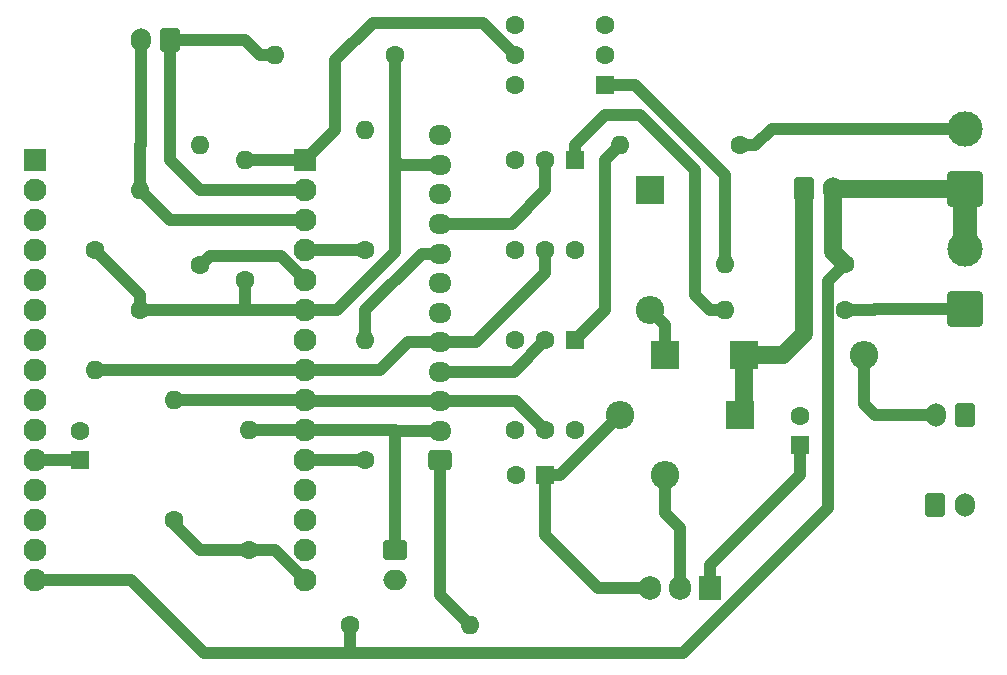
<source format=gbr>
%TF.GenerationSoftware,KiCad,Pcbnew,9.0.1*%
%TF.CreationDate,2025-04-08T07:51:20-05:00*%
%TF.ProjectId,sump-pump-mon,73756d70-2d70-4756-9d70-2d6d6f6e2e6b,rev?*%
%TF.SameCoordinates,Original*%
%TF.FileFunction,Copper,L1,Top*%
%TF.FilePolarity,Positive*%
%FSLAX46Y46*%
G04 Gerber Fmt 4.6, Leading zero omitted, Abs format (unit mm)*
G04 Created by KiCad (PCBNEW 9.0.1) date 2025-04-08 07:51:20*
%MOMM*%
%LPD*%
G01*
G04 APERTURE LIST*
G04 Aperture macros list*
%AMRoundRect*
0 Rectangle with rounded corners*
0 $1 Rounding radius*
0 $2 $3 $4 $5 $6 $7 $8 $9 X,Y pos of 4 corners*
0 Add a 4 corners polygon primitive as box body*
4,1,4,$2,$3,$4,$5,$6,$7,$8,$9,$2,$3,0*
0 Add four circle primitives for the rounded corners*
1,1,$1+$1,$2,$3*
1,1,$1+$1,$4,$5*
1,1,$1+$1,$6,$7*
1,1,$1+$1,$8,$9*
0 Add four rect primitives between the rounded corners*
20,1,$1+$1,$2,$3,$4,$5,0*
20,1,$1+$1,$4,$5,$6,$7,0*
20,1,$1+$1,$6,$7,$8,$9,0*
20,1,$1+$1,$8,$9,$2,$3,0*%
G04 Aperture macros list end*
%TA.AperFunction,ComponentPad*%
%ADD10RoundRect,0.288462X1.211538X-1.211538X1.211538X1.211538X-1.211538X1.211538X-1.211538X-1.211538X0*%
%TD*%
%TA.AperFunction,ComponentPad*%
%ADD11C,3.000000*%
%TD*%
%TA.AperFunction,ComponentPad*%
%ADD12RoundRect,0.250000X-0.550000X0.550000X-0.550000X-0.550000X0.550000X-0.550000X0.550000X0.550000X0*%
%TD*%
%TA.AperFunction,ComponentPad*%
%ADD13C,1.600000*%
%TD*%
%TA.AperFunction,ComponentPad*%
%ADD14R,1.600000X1.600000*%
%TD*%
%TA.AperFunction,ComponentPad*%
%ADD15RoundRect,0.250000X-0.600000X-0.750000X0.600000X-0.750000X0.600000X0.750000X-0.600000X0.750000X0*%
%TD*%
%TA.AperFunction,ComponentPad*%
%ADD16O,1.700000X2.000000*%
%TD*%
%TA.AperFunction,ComponentPad*%
%ADD17O,1.600000X1.600000*%
%TD*%
%TA.AperFunction,ComponentPad*%
%ADD18RoundRect,0.250000X0.550000X0.550000X-0.550000X0.550000X-0.550000X-0.550000X0.550000X-0.550000X0*%
%TD*%
%TA.AperFunction,ComponentPad*%
%ADD19RoundRect,0.250000X0.600000X0.750000X-0.600000X0.750000X-0.600000X-0.750000X0.600000X-0.750000X0*%
%TD*%
%TA.AperFunction,ComponentPad*%
%ADD20R,2.400000X2.400000*%
%TD*%
%TA.AperFunction,ComponentPad*%
%ADD21O,2.400000X2.400000*%
%TD*%
%TA.AperFunction,ComponentPad*%
%ADD22RoundRect,0.250000X-0.750000X0.600000X-0.750000X-0.600000X0.750000X-0.600000X0.750000X0.600000X0*%
%TD*%
%TA.AperFunction,ComponentPad*%
%ADD23O,2.000000X1.700000*%
%TD*%
%TA.AperFunction,ComponentPad*%
%ADD24R,1.905000X2.000000*%
%TD*%
%TA.AperFunction,ComponentPad*%
%ADD25O,1.905000X2.000000*%
%TD*%
%TA.AperFunction,ComponentPad*%
%ADD26R,1.930000X1.930000*%
%TD*%
%TA.AperFunction,ComponentPad*%
%ADD27C,1.930000*%
%TD*%
%TA.AperFunction,ComponentPad*%
%ADD28RoundRect,0.250000X0.725000X-0.600000X0.725000X0.600000X-0.725000X0.600000X-0.725000X-0.600000X0*%
%TD*%
%TA.AperFunction,ComponentPad*%
%ADD29O,1.950000X1.700000*%
%TD*%
%TA.AperFunction,Conductor*%
%ADD30C,1.000000*%
%TD*%
%TA.AperFunction,Conductor*%
%ADD31C,1.500000*%
%TD*%
%TA.AperFunction,Conductor*%
%ADD32C,2.000000*%
%TD*%
G04 APERTURE END LIST*
D10*
%TO.P,J5,1,Pin_1*%
%TO.N,Net-(J5-Pin_1)*%
X208280000Y-48134110D03*
D11*
%TO.P,J5,2,Pin_2*%
%TO.N,Vin*%
X208280000Y-43054110D03*
%TD*%
D12*
%TO.P,U2,1*%
%TO.N,Net-(R1-Pad2)*%
X175260000Y-50800000D03*
D13*
%TO.P,U2,2*%
%TO.N,LED_MAIN*%
X172720000Y-50800000D03*
%TO.P,U2,3,NC*%
%TO.N,unconnected-(U2-NC-Pad3)*%
X170180000Y-50800000D03*
%TO.P,U2,4*%
%TO.N,GND*%
X170180000Y-58420000D03*
%TO.P,U2,5*%
%TO.N,Main_Input*%
X172720000Y-58420000D03*
%TO.P,U2,6*%
%TO.N,unconnected-(U2-Pad6)*%
X175260000Y-58420000D03*
%TD*%
D14*
%TO.P,C2,1*%
%TO.N,Net-(D6-A)*%
X172720000Y-62230000D03*
D13*
%TO.P,C2,2*%
%TO.N,GND*%
X170220000Y-62230000D03*
%TD*%
D15*
%TO.P,J2,1,Pin_1*%
%TO.N,Net-(J2-Pin_1)*%
X205740000Y-64770000D03*
D16*
%TO.P,J2,2,Pin_2*%
%TO.N,GND*%
X208240000Y-64770000D03*
%TD*%
D13*
%TO.P,R2,1*%
%TO.N,Net-(J5-Pin_1)*%
X198120000Y-48260000D03*
D17*
%TO.P,R2,2*%
%TO.N,Net-(R2-Pad2)*%
X187960000Y-48260000D03*
%TD*%
D10*
%TO.P,J1,1,Pin_1*%
%TO.N,Vin*%
X208280000Y-37974110D03*
D11*
%TO.P,J1,2,Pin_2*%
%TO.N,Net-(J1-Pin_2)*%
X208280000Y-32894110D03*
%TD*%
D18*
%TO.P,U4,1*%
%TO.N,Net-(R4-Pad2)*%
X177800000Y-29210000D03*
D13*
%TO.P,U4,2*%
%TO.N,GND*%
X177800000Y-26670000D03*
%TO.P,U4,3,NC*%
%TO.N,unconnected-(U4-NC-Pad3)*%
X177800000Y-24130000D03*
%TO.P,U4,4*%
%TO.N,GND*%
X170180000Y-24130000D03*
%TO.P,U4,5*%
%TO.N,Power_Failure*%
X170180000Y-26670000D03*
%TO.P,U4,6*%
%TO.N,unconnected-(U4-Pad6)*%
X170180000Y-29210000D03*
%TD*%
D19*
%TO.P,J3,1,Pin_1*%
%TO.N,GND*%
X208280000Y-57150000D03*
D16*
%TO.P,J3,2,Pin_2*%
%TO.N,Net-(D5-A)*%
X205780000Y-57150000D03*
%TD*%
D20*
%TO.P,D8,1,K*%
%TO.N,GND*%
X181610000Y-38100000D03*
D21*
%TO.P,D8,2,A*%
%TO.N,Net-(D7-K)*%
X181610000Y-48260000D03*
%TD*%
D14*
%TO.P,C1,1*%
%TO.N,Net-(J2-Pin_1)*%
X194310000Y-59690000D03*
D13*
%TO.P,C1,2*%
%TO.N,GND*%
X194310000Y-57190000D03*
%TD*%
D22*
%TO.P,SW3,1,A*%
%TO.N,Mode*%
X160020000Y-68580000D03*
D23*
%TO.P,SW3,2,B*%
%TO.N,GND*%
X160020000Y-71080000D03*
%TD*%
D13*
%TO.P,R4,1*%
%TO.N,Vin*%
X198120000Y-44324110D03*
D17*
%TO.P,R4,2*%
%TO.N,Net-(R4-Pad2)*%
X187960000Y-44324110D03*
%TD*%
D15*
%TO.P,SW4,1,A*%
%TO.N,Net-(D5-K)*%
X194601821Y-37974110D03*
D16*
%TO.P,SW4,2,B*%
%TO.N,Vin*%
X197101821Y-37974110D03*
%TD*%
D24*
%TO.P,U1,1,IN*%
%TO.N,Net-(J2-Pin_1)*%
X186690000Y-71755000D03*
D25*
%TO.P,U1,2,GND*%
%TO.N,Net-(D7-A)*%
X184150000Y-71755000D03*
%TO.P,U1,3,OUT*%
%TO.N,Net-(D6-A)*%
X181610000Y-71755000D03*
%TD*%
D13*
%TO.P,R13,1*%
%TO.N,+3.3V*%
X160020000Y-26670000D03*
D17*
%TO.P,R13,2*%
%TO.N,Net-(A1B-D1)*%
X149860000Y-26670000D03*
%TD*%
D26*
%TO.P,A1,J1_1,A0*%
%TO.N,unconnected-(A1A-A0-PadJ1_1)*%
X129540000Y-35560000D03*
D27*
%TO.P,A1,J1_2,RSV1*%
%TO.N,unconnected-(A1A-RSV1-PadJ1_2)*%
X129540000Y-38100000D03*
%TO.P,A1,J1_3,RSV2*%
%TO.N,unconnected-(A1A-RSV2-PadJ1_3)*%
X129540000Y-40640000D03*
%TO.P,A1,J1_4,SD3*%
%TO.N,unconnected-(A1A-SD3-PadJ1_4)*%
X129540000Y-43180000D03*
%TO.P,A1,J1_5,SD2*%
%TO.N,unconnected-(A1A-SD2-PadJ1_5)*%
X129540000Y-45720000D03*
%TO.P,A1,J1_6,SD1*%
%TO.N,unconnected-(A1A-SD1-PadJ1_6)*%
X129540000Y-48260000D03*
%TO.P,A1,J1_7,CMD*%
%TO.N,unconnected-(A1A-CMD-PadJ1_7)*%
X129540000Y-50800000D03*
%TO.P,A1,J1_8,SD0*%
%TO.N,unconnected-(A1A-SD0-PadJ1_8)*%
X129540000Y-53340000D03*
%TO.P,A1,J1_9,CLK*%
%TO.N,unconnected-(A1A-CLK-PadJ1_9)*%
X129540000Y-55880000D03*
%TO.P,A1,J1_10,GND*%
%TO.N,GND*%
X129540000Y-58420000D03*
%TO.P,A1,J1_11,3V3*%
%TO.N,+3.3V*%
X129540000Y-60960000D03*
%TO.P,A1,J1_12,EN*%
%TO.N,unconnected-(A1A-EN-PadJ1_12)*%
X129540000Y-63500000D03*
%TO.P,A1,J1_13,RST*%
%TO.N,unconnected-(A1A-RST-PadJ1_13)*%
X129540000Y-66040000D03*
%TO.P,A1,J1_14,GND*%
%TO.N,GND*%
X129540000Y-68580000D03*
%TO.P,A1,J1_15,VIN*%
%TO.N,Vin*%
X129540000Y-71120000D03*
D26*
%TO.P,A1,J2_1,D0*%
%TO.N,Power_Failure*%
X152400000Y-35560000D03*
D27*
%TO.P,A1,J2_2,D1*%
%TO.N,Net-(A1B-D1)*%
X152400000Y-38100000D03*
%TO.P,A1,J2_3,D2*%
%TO.N,Net-(A1B-D2)*%
X152400000Y-40640000D03*
%TO.P,A1,J2_4,D3*%
%TO.N,Net-(A1B-D3)*%
X152400000Y-43180000D03*
%TO.P,A1,J2_5,D4*%
%TO.N,Net-(A1B-D4)*%
X152400000Y-45720000D03*
%TO.P,A1,J2_6,3V3*%
%TO.N,+3.3V*%
X152400000Y-48260000D03*
%TO.P,A1,J2_7,GND*%
%TO.N,GND*%
X152400000Y-50800000D03*
%TO.P,A1,J2_8,D5*%
%TO.N,Aux_Input*%
X152400000Y-53340000D03*
%TO.P,A1,J2_9,D6*%
%TO.N,Main_Input*%
X152400000Y-55880000D03*
%TO.P,A1,J2_10,D7*%
%TO.N,Mode*%
X152400000Y-58420000D03*
%TO.P,A1,J2_11,D8*%
%TO.N,Net-(A1B-D8)*%
X152400000Y-60960000D03*
%TO.P,A1,J2_12,D9*%
%TO.N,unconnected-(A1B-D9-PadJ2_12)*%
X152400000Y-63500000D03*
%TO.P,A1,J2_13,D10*%
%TO.N,unconnected-(A1B-D10-PadJ2_13)*%
X152400000Y-66040000D03*
%TO.P,A1,J2_14,GND*%
%TO.N,GND*%
X152400000Y-68580000D03*
%TO.P,A1,J2_15,3V3*%
%TO.N,+3.3V*%
X152400000Y-71120000D03*
%TD*%
D28*
%TO.P,J4,1,Pin_1*%
%TO.N,LED_6V*%
X163830000Y-60960000D03*
D29*
%TO.P,J4,2,Pin_2*%
%TO.N,Mode*%
X163830000Y-58460000D03*
%TO.P,J4,3,Pin_3*%
%TO.N,Main_Input*%
X163830000Y-55960000D03*
%TO.P,J4,4,Pin_4*%
%TO.N,LED_MAIN*%
X163830000Y-53460000D03*
%TO.P,J4,5,Pin_5*%
%TO.N,Aux_Input*%
X163830000Y-50960000D03*
%TO.P,J4,6,Pin_6*%
%TO.N,GND*%
X163830000Y-48460000D03*
%TO.P,J4,7,Pin_7*%
X163830000Y-45960000D03*
%TO.P,J4,8,Pin_8*%
%TO.N,LED_BLUE*%
X163830000Y-43460000D03*
%TO.P,J4,9,Pin_9*%
%TO.N,LED_AUX*%
X163830000Y-40960000D03*
%TO.P,J4,10,Pin_10*%
%TO.N,LED_GREEN*%
X163830000Y-38460000D03*
%TO.P,J4,11,Pin_11*%
%TO.N,+3.3V*%
X163830000Y-35960000D03*
%TO.P,J4,12,Pin_12*%
%TO.N,LED_YELLOW*%
X163830000Y-33460000D03*
%TD*%
D12*
%TO.P,U3,1*%
%TO.N,Net-(R2-Pad2)*%
X175260000Y-35560000D03*
D13*
%TO.P,U3,2*%
%TO.N,LED_AUX*%
X172720000Y-35560000D03*
%TO.P,U3,3,NC*%
%TO.N,unconnected-(U3-NC-Pad3)*%
X170180000Y-35560000D03*
%TO.P,U3,4*%
%TO.N,GND*%
X170180000Y-43180000D03*
%TO.P,U3,5*%
%TO.N,Aux_Input*%
X172720000Y-43180000D03*
%TO.P,U3,6*%
%TO.N,unconnected-(U3-Pad6)*%
X175260000Y-43180000D03*
%TD*%
D19*
%TO.P,J6,1,Pin_1*%
%TO.N,Net-(A1B-D1)*%
X140970000Y-25400000D03*
D16*
%TO.P,J6,2,Pin_2*%
%TO.N,Net-(A1B-D2)*%
X138470000Y-25400000D03*
%TD*%
D13*
%TO.P,R1,1*%
%TO.N,Net-(J1-Pin_2)*%
X189230000Y-34290000D03*
D17*
%TO.P,R1,2*%
%TO.N,Net-(R1-Pad2)*%
X179070000Y-34290000D03*
%TD*%
D20*
%TO.P,D6,1,K*%
%TO.N,Net-(D5-K)*%
X189230000Y-57150000D03*
D21*
%TO.P,D6,2,A*%
%TO.N,Net-(D6-A)*%
X179070000Y-57150000D03*
%TD*%
D20*
%TO.P,D5,1,K*%
%TO.N,Net-(D5-K)*%
X189521821Y-52070000D03*
D21*
%TO.P,D5,2,A*%
%TO.N,Net-(D5-A)*%
X199681821Y-52070000D03*
%TD*%
D13*
%TO.P,R7,1*%
%TO.N,+3.3V*%
X147320000Y-45720000D03*
D17*
%TO.P,R7,2*%
%TO.N,Power_Failure*%
X147320000Y-35560000D03*
%TD*%
D13*
%TO.P,R14,1*%
%TO.N,+3.3V*%
X138430000Y-48260000D03*
D17*
%TO.P,R14,2*%
%TO.N,Net-(A1B-D2)*%
X138430000Y-38100000D03*
%TD*%
D13*
%TO.P,R6,1*%
%TO.N,+3.3V*%
X134620000Y-43180000D03*
D17*
%TO.P,R6,2*%
%TO.N,Aux_Input*%
X134620000Y-53340000D03*
%TD*%
D14*
%TO.P,C3,1*%
%TO.N,+3.3V*%
X133350000Y-60960000D03*
D13*
%TO.P,C3,2*%
%TO.N,GND*%
X133350000Y-58460000D03*
%TD*%
%TO.P,R10,1*%
%TO.N,Net-(A1B-D4)*%
X143510000Y-44450000D03*
D17*
%TO.P,R10,2*%
%TO.N,LED_YELLOW*%
X143510000Y-34290000D03*
%TD*%
D13*
%TO.P,R11,1*%
%TO.N,Net-(A1B-D8)*%
X157480000Y-60960000D03*
D17*
%TO.P,R11,2*%
%TO.N,LED_BLUE*%
X157480000Y-50800000D03*
%TD*%
D20*
%TO.P,D7,1,K*%
%TO.N,Net-(D7-K)*%
X182880000Y-52070000D03*
D21*
%TO.P,D7,2,A*%
%TO.N,Net-(D7-A)*%
X182880000Y-62230000D03*
%TD*%
D13*
%TO.P,R9,1*%
%TO.N,Net-(A1B-D3)*%
X157480000Y-43180000D03*
D17*
%TO.P,R9,2*%
%TO.N,LED_GREEN*%
X157480000Y-33020000D03*
%TD*%
D13*
%TO.P,R5,1*%
%TO.N,+3.3V*%
X141308826Y-66040000D03*
D17*
%TO.P,R5,2*%
%TO.N,Main_Input*%
X141308826Y-55880000D03*
%TD*%
D13*
%TO.P,R8,1*%
%TO.N,Vin*%
X156210000Y-74930000D03*
D17*
%TO.P,R8,2*%
%TO.N,LED_6V*%
X166370000Y-74930000D03*
%TD*%
D13*
%TO.P,R12,1*%
%TO.N,+3.3V*%
X147658826Y-68580000D03*
D17*
%TO.P,R12,2*%
%TO.N,Mode*%
X147658826Y-58420000D03*
%TD*%
D30*
%TO.N,Power_Failure*%
X152400000Y-35560000D02*
X154940000Y-33020000D01*
X154940000Y-27087265D02*
X158128265Y-23899000D01*
X158128265Y-23899000D02*
X167409000Y-23899000D01*
X154940000Y-33020000D02*
X154940000Y-27087265D01*
X167409000Y-23899000D02*
X170180000Y-26670000D01*
X152400000Y-35560000D02*
X147320000Y-35560000D01*
D31*
%TO.N,Vin*%
X197101821Y-37974110D02*
X197101821Y-43305931D01*
D32*
X208280000Y-37974110D02*
X208280000Y-43054110D01*
D30*
X129540000Y-71120000D02*
X137645184Y-71120000D01*
D31*
X197101821Y-43305931D02*
X198120000Y-44324110D01*
D30*
X137645184Y-71120000D02*
X143806184Y-77281000D01*
X196619000Y-45825110D02*
X198120000Y-44324110D01*
X156210000Y-74930000D02*
X156210000Y-77281000D01*
X184339000Y-77281000D02*
X196619000Y-65001000D01*
X167829000Y-77281000D02*
X184339000Y-77281000D01*
X167829000Y-77281000D02*
X156210000Y-77281000D01*
X143806184Y-77281000D02*
X156210000Y-77281000D01*
D31*
X197101821Y-37974110D02*
X208280000Y-37974110D01*
D30*
X167871000Y-77239000D02*
X167829000Y-77281000D01*
X196619000Y-65001000D02*
X196619000Y-45825110D01*
%TO.N,Net-(A1B-D8)*%
X157480000Y-60960000D02*
X152400000Y-60960000D01*
%TO.N,Net-(A1B-D1)*%
X143510000Y-38100000D02*
X140970000Y-35560000D01*
X147320000Y-25400000D02*
X140970000Y-25400000D01*
X140970000Y-35560000D02*
X140970000Y-25400000D01*
X143510000Y-38100000D02*
X152400000Y-38100000D01*
X148590000Y-26670000D02*
X147320000Y-25400000D01*
X149860000Y-26670000D02*
X148590000Y-26670000D01*
%TO.N,+3.3V*%
X160020000Y-43288868D02*
X160020000Y-35560000D01*
X147320000Y-48260000D02*
X138430000Y-48260000D01*
X160420000Y-35960000D02*
X163830000Y-35960000D01*
X138430000Y-48260000D02*
X138430000Y-46990000D01*
X160020000Y-35560000D02*
X160020000Y-26670000D01*
X147320000Y-45720000D02*
X147320000Y-48260000D01*
X147658826Y-68580000D02*
X143510000Y-68580000D01*
X155048868Y-48260000D02*
X160020000Y-43288868D01*
X152400000Y-48260000D02*
X155048868Y-48260000D01*
X152400000Y-71120000D02*
X149860000Y-68580000D01*
X138430000Y-46990000D02*
X134620000Y-43180000D01*
X160020000Y-35560000D02*
X160420000Y-35960000D01*
X141308826Y-66378826D02*
X141308826Y-66040000D01*
X152400000Y-48260000D02*
X147320000Y-48260000D01*
X143510000Y-68580000D02*
X141308826Y-66378826D01*
X133350000Y-60960000D02*
X129540000Y-60960000D01*
X149860000Y-68580000D02*
X147658826Y-68580000D01*
%TO.N,Mode*%
X160020000Y-68580000D02*
X160020000Y-58420000D01*
X160060000Y-58460000D02*
X160020000Y-58420000D01*
X147658826Y-58420000D02*
X152400000Y-58420000D01*
X152400000Y-58420000D02*
X160020000Y-58420000D01*
X163830000Y-58460000D02*
X160060000Y-58460000D01*
%TO.N,Net-(A1B-D2)*%
X138430000Y-38100000D02*
X138430000Y-34290000D01*
X152400000Y-40640000D02*
X140970000Y-40640000D01*
X138470000Y-34250000D02*
X138470000Y-25400000D01*
X138430000Y-34290000D02*
X138470000Y-34250000D01*
X140970000Y-40640000D02*
X138430000Y-38100000D01*
%TO.N,Aux_Input*%
X166845000Y-50960000D02*
X172720000Y-45085000D01*
X172720000Y-45085000D02*
X172720000Y-43180000D01*
X152480000Y-53420000D02*
X152400000Y-53340000D01*
X163830000Y-50960000D02*
X166845000Y-50960000D01*
X163830000Y-50960000D02*
X161130000Y-50960000D01*
X158750000Y-53340000D02*
X152400000Y-53340000D01*
X134620000Y-53340000D02*
X152400000Y-53340000D01*
X161130000Y-50960000D02*
X158750000Y-53340000D01*
%TO.N,Main_Input*%
X163830000Y-55960000D02*
X152480000Y-55960000D01*
X170260000Y-55960000D02*
X172720000Y-58420000D01*
X152480000Y-55960000D02*
X152400000Y-55880000D01*
X163830000Y-55960000D02*
X170260000Y-55960000D01*
X141308826Y-55880000D02*
X152400000Y-55880000D01*
%TO.N,LED_6V*%
X163830000Y-72390000D02*
X166370000Y-74930000D01*
X163830000Y-60960000D02*
X163830000Y-72390000D01*
%TO.N,Net-(R4-Pad2)*%
X187960000Y-36830000D02*
X180340000Y-29210000D01*
X180340000Y-29210000D02*
X177800000Y-29210000D01*
X187960000Y-44324110D02*
X187960000Y-36830000D01*
%TO.N,Net-(D6-A)*%
X172720000Y-62230000D02*
X172720000Y-67310000D01*
X172720000Y-67310000D02*
X177165000Y-71755000D01*
X179070000Y-57150000D02*
X173990000Y-62230000D01*
X173990000Y-62230000D02*
X172720000Y-62230000D01*
X177165000Y-71755000D02*
X181610000Y-71755000D01*
%TO.N,Net-(D5-A)*%
X200660000Y-57150000D02*
X205780000Y-57150000D01*
X199681821Y-52070000D02*
X199681821Y-56171821D01*
X199681821Y-56171821D02*
X200660000Y-57150000D01*
%TO.N,Net-(D7-A)*%
X182880000Y-65405000D02*
X184150000Y-66675000D01*
X184150000Y-66675000D02*
X184150000Y-71755000D01*
X182880000Y-62230000D02*
X182880000Y-65405000D01*
%TO.N,Net-(D7-K)*%
X181610000Y-48260000D02*
X182880000Y-49530000D01*
X182880000Y-49530000D02*
X182880000Y-52070000D01*
%TO.N,Net-(J1-Pin_2)*%
X191895890Y-32894110D02*
X208280000Y-32894110D01*
X189230000Y-34290000D02*
X190500000Y-34290000D01*
X190500000Y-34290000D02*
X191895890Y-32894110D01*
%TO.N,Net-(J5-Pin_1)*%
X200660000Y-48134110D02*
X208280000Y-48134110D01*
X200534110Y-48260000D02*
X200660000Y-48134110D01*
X198120000Y-48260000D02*
X200534110Y-48260000D01*
D31*
%TO.N,Net-(D5-K)*%
X189521821Y-56858179D02*
X189230000Y-57150000D01*
X189521821Y-52070000D02*
X189521821Y-56858179D01*
X194601821Y-50295519D02*
X192827340Y-52070000D01*
X192827340Y-52070000D02*
X189521821Y-52070000D01*
X194601821Y-37974110D02*
X194601821Y-50295519D01*
D30*
%TO.N,Net-(A1B-D4)*%
X143510000Y-44450000D02*
X144309999Y-43650001D01*
X150330001Y-43650001D02*
X152400000Y-45720000D01*
X144309999Y-43650001D02*
X150330001Y-43650001D01*
%TO.N,LED_BLUE*%
X163830000Y-43460000D02*
X162280000Y-43460000D01*
X157480000Y-48260000D02*
X157480000Y-50800000D01*
X162280000Y-43460000D02*
X157480000Y-48260000D01*
%TO.N,Net-(J2-Pin_1)*%
X186690000Y-69850000D02*
X194310000Y-62230000D01*
X194310000Y-62230000D02*
X194310000Y-59690000D01*
X186690000Y-71755000D02*
X186690000Y-69850000D01*
%TO.N,LED_AUX*%
X163830000Y-40960000D02*
X169860000Y-40960000D01*
X172720000Y-38100000D02*
X172720000Y-35560000D01*
X169860000Y-40960000D02*
X172720000Y-38100000D01*
%TO.N,Net-(R1-Pad2)*%
X177800000Y-48260000D02*
X175260000Y-50800000D01*
X177800000Y-35560000D02*
X177800000Y-48260000D01*
X179070000Y-34290000D02*
X177800000Y-35560000D01*
%TO.N,Net-(R2-Pad2)*%
X187960000Y-48260000D02*
X186690000Y-48260000D01*
X180766368Y-31750000D02*
X177800000Y-31750000D01*
X186690000Y-48260000D02*
X185420000Y-46990000D01*
X185420000Y-46990000D02*
X185420000Y-36403632D01*
X175260000Y-34290000D02*
X175260000Y-35560000D01*
X185420000Y-36403632D02*
X180766368Y-31750000D01*
X177800000Y-31750000D02*
X175260000Y-34290000D01*
%TO.N,LED_MAIN*%
X170060000Y-53460000D02*
X172720000Y-50800000D01*
X163830000Y-53460000D02*
X170060000Y-53460000D01*
%TO.N,Net-(A1B-D3)*%
X157480000Y-43180000D02*
X152400000Y-43180000D01*
%TD*%
M02*

</source>
